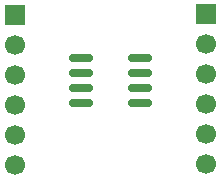
<source format=gbr>
%TF.GenerationSoftware,KiCad,Pcbnew,9.0.6-9.0.6~ubuntu22.04.1*%
%TF.CreationDate,2026-02-11T21:38:48+09:00*%
%TF.ProjectId,usb_typec_serial_insulation,7573625f-7479-4706-9563-5f7365726961,V1.0*%
%TF.SameCoordinates,Original*%
%TF.FileFunction,Soldermask,Top*%
%TF.FilePolarity,Negative*%
%FSLAX46Y46*%
G04 Gerber Fmt 4.6, Leading zero omitted, Abs format (unit mm)*
G04 Created by KiCad (PCBNEW 9.0.6-9.0.6~ubuntu22.04.1) date 2026-02-11 21:38:48*
%MOMM*%
%LPD*%
G01*
G04 APERTURE LIST*
G04 Aperture macros list*
%AMRoundRect*
0 Rectangle with rounded corners*
0 $1 Rounding radius*
0 $2 $3 $4 $5 $6 $7 $8 $9 X,Y pos of 4 corners*
0 Add a 4 corners polygon primitive as box body*
4,1,4,$2,$3,$4,$5,$6,$7,$8,$9,$2,$3,0*
0 Add four circle primitives for the rounded corners*
1,1,$1+$1,$2,$3*
1,1,$1+$1,$4,$5*
1,1,$1+$1,$6,$7*
1,1,$1+$1,$8,$9*
0 Add four rect primitives between the rounded corners*
20,1,$1+$1,$2,$3,$4,$5,0*
20,1,$1+$1,$4,$5,$6,$7,0*
20,1,$1+$1,$6,$7,$8,$9,0*
20,1,$1+$1,$8,$9,$2,$3,0*%
G04 Aperture macros list end*
%ADD10R,1.700000X1.700000*%
%ADD11C,1.700000*%
%ADD12RoundRect,0.150000X0.825000X0.150000X-0.825000X0.150000X-0.825000X-0.150000X0.825000X-0.150000X0*%
G04 APERTURE END LIST*
D10*
%TO.C,J2*%
X129915000Y-90840000D03*
D11*
X129915000Y-93380000D03*
X129915000Y-95920000D03*
X129915000Y-98460000D03*
X129915000Y-101000000D03*
X129915000Y-103540000D03*
%TD*%
D10*
%TO.C,J1*%
X146100000Y-90820000D03*
D11*
X146100000Y-93360000D03*
X146100000Y-95900000D03*
X146100000Y-98440000D03*
X146100000Y-100980000D03*
X146100000Y-103520000D03*
%TD*%
D12*
%TO.C,U1*%
X140450000Y-98300000D03*
X140450000Y-97030000D03*
X140450000Y-95760000D03*
X140450000Y-94490000D03*
X135500000Y-94490000D03*
X135500000Y-95760000D03*
X135500000Y-97030000D03*
X135500000Y-98300000D03*
%TD*%
M02*

</source>
